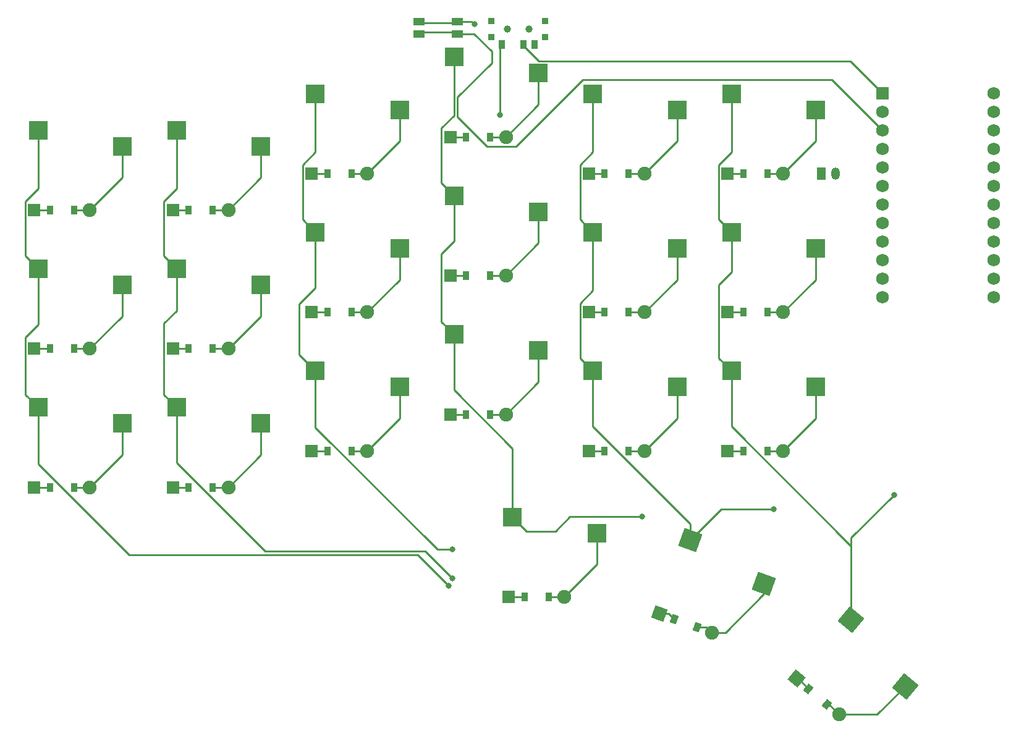
<source format=gbr>
%TF.GenerationSoftware,KiCad,Pcbnew,9.0.3*%
%TF.CreationDate,2025-09-27T17:43:50-06:00*%
%TF.ProjectId,left_connected,6c656674-5f63-46f6-9e6e-65637465642e,v1.0.0*%
%TF.SameCoordinates,Original*%
%TF.FileFunction,Copper,L2,Bot*%
%TF.FilePolarity,Positive*%
%FSLAX46Y46*%
G04 Gerber Fmt 4.6, Leading zero omitted, Abs format (unit mm)*
G04 Created by KiCad (PCBNEW 9.0.3) date 2025-09-27 17:43:50*
%MOMM*%
%LPD*%
G01*
G04 APERTURE LIST*
G04 Aperture macros list*
%AMRotRect*
0 Rectangle, with rotation*
0 The origin of the aperture is its center*
0 $1 length*
0 $2 width*
0 $3 Rotation angle, in degrees counterclockwise*
0 Add horizontal line*
21,1,$1,$2,0,0,$3*%
G04 Aperture macros list end*
%TA.AperFunction,SMDPad,CuDef*%
%ADD10R,0.900000X0.900000*%
%TD*%
%TA.AperFunction,WasherPad*%
%ADD11C,1.000000*%
%TD*%
%TA.AperFunction,SMDPad,CuDef*%
%ADD12R,0.900000X1.250000*%
%TD*%
%TA.AperFunction,SMDPad,CuDef*%
%ADD13R,2.600000X2.600000*%
%TD*%
%TA.AperFunction,ComponentPad*%
%ADD14R,1.778000X1.778000*%
%TD*%
%TA.AperFunction,SMDPad,CuDef*%
%ADD15R,0.900000X1.200000*%
%TD*%
%TA.AperFunction,ComponentPad*%
%ADD16C,1.905000*%
%TD*%
%TA.AperFunction,ComponentPad*%
%ADD17RotRect,1.778000X1.778000X340.000000*%
%TD*%
%TA.AperFunction,SMDPad,CuDef*%
%ADD18RotRect,0.900000X1.200000X340.000000*%
%TD*%
%TA.AperFunction,ComponentPad*%
%ADD19R,1.200000X1.700000*%
%TD*%
%TA.AperFunction,ComponentPad*%
%ADD20O,1.200000X1.700000*%
%TD*%
%TA.AperFunction,ComponentPad*%
%ADD21R,1.752600X1.752600*%
%TD*%
%TA.AperFunction,ComponentPad*%
%ADD22C,1.752600*%
%TD*%
%TA.AperFunction,SMDPad,CuDef*%
%ADD23RotRect,2.600000X2.600000X340.000000*%
%TD*%
%TA.AperFunction,SMDPad,CuDef*%
%ADD24R,1.550000X1.000000*%
%TD*%
%TA.AperFunction,ComponentPad*%
%ADD25RotRect,1.778000X1.778000X320.000000*%
%TD*%
%TA.AperFunction,SMDPad,CuDef*%
%ADD26RotRect,0.900000X1.200000X320.000000*%
%TD*%
%TA.AperFunction,SMDPad,CuDef*%
%ADD27RotRect,2.600000X2.600000X320.000000*%
%TD*%
%TA.AperFunction,ViaPad*%
%ADD28C,0.800000*%
%TD*%
%TA.AperFunction,Conductor*%
%ADD29C,0.250000*%
%TD*%
G04 APERTURE END LIST*
D10*
%TO.P,T1,*%
%TO.N,*%
X158800000Y-41100000D03*
X158800000Y-43300000D03*
D11*
X161000000Y-42200000D03*
X164000000Y-42200000D03*
D10*
X166200000Y-41100000D03*
X166200000Y-43300000D03*
D12*
%TO.P,T1,1*%
%TO.N,pos*%
X160250000Y-44275000D03*
%TO.P,T1,2*%
%TO.N,RAW*%
X163250000Y-44275000D03*
%TO.P,T1,3*%
%TO.N,N/C*%
X164750000Y-44275000D03*
%TD*%
D13*
%TO.P,S11,1*%
%TO.N,P7*%
X153725000Y-65050000D03*
%TO.P,S11,2*%
%TO.N,middle_home*%
X165275000Y-67250000D03*
%TD*%
%TO.P,S8,1*%
%TO.N,P6*%
X134725000Y-70050000D03*
%TO.P,S8,2*%
%TO.N,ring_home*%
X146275000Y-72250000D03*
%TD*%
D14*
%TO.P,D9,1*%
%TO.N,P2*%
X134190000Y-62000000D03*
D15*
X136350000Y-62000000D03*
%TO.P,D9,2*%
%TO.N,ring_top*%
X139650000Y-62000000D03*
D16*
X141810000Y-62000000D03*
%TD*%
D13*
%TO.P,S19,1*%
%TO.N,P7*%
X161725000Y-109050000D03*
%TO.P,S19,2*%
%TO.N,near_thumb*%
X173275000Y-111250000D03*
%TD*%
D14*
%TO.P,D6,1*%
%TO.N,P2*%
X115190000Y-67000000D03*
D15*
X117350000Y-67000000D03*
%TO.P,D6,2*%
%TO.N,pinky_top*%
X120650000Y-67000000D03*
D16*
X122810000Y-67000000D03*
%TD*%
D13*
%TO.P,S10,1*%
%TO.N,P7*%
X153725000Y-84050000D03*
%TO.P,S10,2*%
%TO.N,middle_bottom*%
X165275000Y-86250000D03*
%TD*%
%TO.P,S16,1*%
%TO.N,P9*%
X191725000Y-89050000D03*
%TO.P,S16,2*%
%TO.N,inner_bottom*%
X203275000Y-91250000D03*
%TD*%
D14*
%TO.P,D5,1*%
%TO.N,P10*%
X115190000Y-86000000D03*
D15*
X117350000Y-86000000D03*
%TO.P,D5,2*%
%TO.N,pinky_home*%
X120650000Y-86000000D03*
D16*
X122810000Y-86000000D03*
%TD*%
D13*
%TO.P,S2,1*%
%TO.N,P4*%
X96725000Y-75050000D03*
%TO.P,S2,2*%
%TO.N,outer_home*%
X108275000Y-77250000D03*
%TD*%
D14*
%TO.P,D12,1*%
%TO.N,P2*%
X153190000Y-57000000D03*
D15*
X155350000Y-57000000D03*
%TO.P,D12,2*%
%TO.N,middle_top*%
X158650000Y-57000000D03*
D16*
X160810000Y-57000000D03*
%TD*%
D14*
%TO.P,D1,1*%
%TO.N,P16*%
X96190000Y-105000000D03*
D15*
X98350000Y-105000000D03*
%TO.P,D1,2*%
%TO.N,outer_bottom*%
X101650000Y-105000000D03*
D16*
X103810000Y-105000000D03*
%TD*%
D17*
%TO.P,D20,1*%
%TO.N,P3*%
X181842758Y-122298027D03*
D18*
X183872494Y-123036791D03*
%TO.P,D20,2*%
%TO.N,home_thumb*%
X186973480Y-124165457D03*
D16*
X189003216Y-124904221D03*
%TD*%
D14*
%TO.P,D16,1*%
%TO.N,P16*%
X191190000Y-100000000D03*
D15*
X193350000Y-100000000D03*
%TO.P,D16,2*%
%TO.N,inner_bottom*%
X196650000Y-100000000D03*
D16*
X198810000Y-100000000D03*
%TD*%
D19*
%TO.P,JST1,1*%
%TO.N,pos*%
X204000000Y-62000000D03*
D20*
%TO.P,JST1,2*%
%TO.N,GND*%
X206000000Y-62000000D03*
%TD*%
D14*
%TO.P,D10,1*%
%TO.N,P16*%
X153190000Y-95000000D03*
D15*
X155350000Y-95000000D03*
%TO.P,D10,2*%
%TO.N,middle_bottom*%
X158650000Y-95000000D03*
D16*
X160810000Y-95000000D03*
%TD*%
D14*
%TO.P,D18,1*%
%TO.N,P2*%
X191190000Y-62000000D03*
D15*
X193350000Y-62000000D03*
%TO.P,D18,2*%
%TO.N,inner_top*%
X196650000Y-62000000D03*
D16*
X198810000Y-62000000D03*
%TD*%
D13*
%TO.P,S13,1*%
%TO.N,P8*%
X172725000Y-89050000D03*
%TO.P,S13,2*%
%TO.N,index_bottom*%
X184275000Y-91250000D03*
%TD*%
D14*
%TO.P,D7,1*%
%TO.N,P16*%
X134190000Y-100000000D03*
D15*
X136350000Y-100000000D03*
%TO.P,D7,2*%
%TO.N,ring_bottom*%
X139650000Y-100000000D03*
D16*
X141810000Y-100000000D03*
%TD*%
D13*
%TO.P,S15,1*%
%TO.N,P8*%
X172725000Y-51050000D03*
%TO.P,S15,2*%
%TO.N,index_top*%
X184275000Y-53250000D03*
%TD*%
%TO.P,S12,1*%
%TO.N,P7*%
X153725000Y-46050000D03*
%TO.P,S12,2*%
%TO.N,middle_top*%
X165275000Y-48250000D03*
%TD*%
D14*
%TO.P,D19,1*%
%TO.N,P3*%
X161190000Y-120000000D03*
D15*
X163350000Y-120000000D03*
%TO.P,D19,2*%
%TO.N,near_thumb*%
X166650000Y-120000000D03*
D16*
X168810000Y-120000000D03*
%TD*%
D21*
%TO.P,MCU1,1*%
%TO.N,RAW*%
X212380000Y-51030000D03*
D22*
%TO.P,MCU1,2*%
%TO.N,GND*%
X212380000Y-53570000D03*
%TO.P,MCU1,3*%
%TO.N,RST*%
X212380000Y-56110000D03*
%TO.P,MCU1,4*%
%TO.N,VCC*%
X212380000Y-58650000D03*
%TO.P,MCU1,5*%
%TO.N,P21*%
X212380000Y-61190000D03*
%TO.P,MCU1,6*%
%TO.N,P20*%
X212380000Y-63730000D03*
%TO.P,MCU1,7*%
%TO.N,P19*%
X212380000Y-66270000D03*
%TO.P,MCU1,8*%
%TO.N,P18*%
X212380000Y-68810000D03*
%TO.P,MCU1,9*%
%TO.N,P15*%
X212380000Y-71350000D03*
%TO.P,MCU1,10*%
%TO.N,P14*%
X212380000Y-73890000D03*
%TO.P,MCU1,11*%
%TO.N,P16*%
X212380000Y-76430000D03*
%TO.P,MCU1,12*%
%TO.N,P10*%
X212380000Y-78970000D03*
%TO.P,MCU1,13*%
%TO.N,P1*%
X227620000Y-51030000D03*
%TO.P,MCU1,14*%
%TO.N,P0*%
X227620000Y-53570000D03*
%TO.P,MCU1,15*%
%TO.N,GND*%
X227620000Y-56110000D03*
%TO.P,MCU1,16*%
X227620000Y-58650000D03*
%TO.P,MCU1,17*%
%TO.N,P2*%
X227620000Y-61190000D03*
%TO.P,MCU1,18*%
%TO.N,P3*%
X227620000Y-63730000D03*
%TO.P,MCU1,19*%
%TO.N,P4*%
X227620000Y-66270000D03*
%TO.P,MCU1,20*%
%TO.N,P5*%
X227620000Y-68810000D03*
%TO.P,MCU1,21*%
%TO.N,P6*%
X227620000Y-71350000D03*
%TO.P,MCU1,22*%
%TO.N,P7*%
X227620000Y-73890000D03*
%TO.P,MCU1,23*%
%TO.N,P8*%
X227620000Y-76430000D03*
%TO.P,MCU1,24*%
%TO.N,P9*%
X227620000Y-78970000D03*
%TD*%
D14*
%TO.P,D14,1*%
%TO.N,P10*%
X172190000Y-81000000D03*
D15*
X174350000Y-81000000D03*
%TO.P,D14,2*%
%TO.N,index_home*%
X177650000Y-81000000D03*
D16*
X179810000Y-81000000D03*
%TD*%
D14*
%TO.P,D3,1*%
%TO.N,P2*%
X96190000Y-67000000D03*
D15*
X98350000Y-67000000D03*
%TO.P,D3,2*%
%TO.N,outer_top*%
X101650000Y-67000000D03*
D16*
X103810000Y-67000000D03*
%TD*%
D23*
%TO.P,S20,1*%
%TO.N,P8*%
X186090614Y-112191374D03*
%TO.P,S20,2*%
%TO.N,home_thumb*%
X196191619Y-118209030D03*
%TD*%
D13*
%TO.P,S1,1*%
%TO.N,P4*%
X96725000Y-94050000D03*
%TO.P,S1,2*%
%TO.N,outer_bottom*%
X108275000Y-96250000D03*
%TD*%
D14*
%TO.P,D17,1*%
%TO.N,P10*%
X191190000Y-81000000D03*
D15*
X193350000Y-81000000D03*
%TO.P,D17,2*%
%TO.N,inner_home*%
X196650000Y-81000000D03*
D16*
X198810000Y-81000000D03*
%TD*%
D14*
%TO.P,D11,1*%
%TO.N,P10*%
X153190000Y-76000000D03*
D15*
X155350000Y-76000000D03*
%TO.P,D11,2*%
%TO.N,middle_home*%
X158650000Y-76000000D03*
D16*
X160810000Y-76000000D03*
%TD*%
D13*
%TO.P,S6,1*%
%TO.N,P5*%
X115725000Y-56050000D03*
%TO.P,S6,2*%
%TO.N,pinky_top*%
X127275000Y-58250000D03*
%TD*%
%TO.P,S18,1*%
%TO.N,P9*%
X191725000Y-51050000D03*
%TO.P,S18,2*%
%TO.N,inner_top*%
X203275000Y-53250000D03*
%TD*%
%TO.P,S4,1*%
%TO.N,P5*%
X115725000Y-94050000D03*
%TO.P,S4,2*%
%TO.N,pinky_bottom*%
X127275000Y-96250000D03*
%TD*%
%TO.P,S9,1*%
%TO.N,P6*%
X134725000Y-51050000D03*
%TO.P,S9,2*%
%TO.N,ring_top*%
X146275000Y-53250000D03*
%TD*%
D14*
%TO.P,D13,1*%
%TO.N,P16*%
X172190000Y-100000000D03*
D15*
X174350000Y-100000000D03*
%TO.P,D13,2*%
%TO.N,index_bottom*%
X177650000Y-100000000D03*
D16*
X179810000Y-100000000D03*
%TD*%
D13*
%TO.P,S3,1*%
%TO.N,P4*%
X96725000Y-56050000D03*
%TO.P,S3,2*%
%TO.N,outer_top*%
X108275000Y-58250000D03*
%TD*%
D14*
%TO.P,D2,1*%
%TO.N,P10*%
X96190000Y-86000000D03*
D15*
X98350000Y-86000000D03*
%TO.P,D2,2*%
%TO.N,outer_home*%
X101650000Y-86000000D03*
D16*
X103810000Y-86000000D03*
%TD*%
D13*
%TO.P,S5,1*%
%TO.N,P5*%
X115725000Y-75050000D03*
%TO.P,S5,2*%
%TO.N,pinky_home*%
X127275000Y-77250000D03*
%TD*%
%TO.P,S14,1*%
%TO.N,P8*%
X172725000Y-70050000D03*
%TO.P,S14,2*%
%TO.N,index_home*%
X184275000Y-72250000D03*
%TD*%
D14*
%TO.P,D15,1*%
%TO.N,P2*%
X172190000Y-62000000D03*
D15*
X174350000Y-62000000D03*
%TO.P,D15,2*%
%TO.N,index_top*%
X177650000Y-62000000D03*
D16*
X179810000Y-62000000D03*
%TD*%
D24*
%TO.P,B1,1*%
%TO.N,GND*%
X148875000Y-41150000D03*
X154125000Y-41150000D03*
%TO.P,B1,2*%
%TO.N,RST*%
X148875000Y-42850000D03*
X154125000Y-42850000D03*
%TD*%
D25*
%TO.P,D21,1*%
%TO.N,P3*%
X200637679Y-131220357D03*
D26*
X202292335Y-132608778D03*
%TO.P,D21,2*%
%TO.N,far_thumb*%
X204820281Y-134729978D03*
D16*
X206474937Y-136118399D03*
%TD*%
D14*
%TO.P,D8,1*%
%TO.N,P10*%
X134190000Y-81000000D03*
D15*
X136350000Y-81000000D03*
%TO.P,D8,2*%
%TO.N,ring_home*%
X139650000Y-81000000D03*
D16*
X141810000Y-81000000D03*
%TD*%
D14*
%TO.P,D4,1*%
%TO.N,P16*%
X115190000Y-105000000D03*
D15*
X117350000Y-105000000D03*
%TO.P,D4,2*%
%TO.N,pinky_bottom*%
X120650000Y-105000000D03*
D16*
X122810000Y-105000000D03*
%TD*%
D13*
%TO.P,S7,1*%
%TO.N,P6*%
X134725000Y-89050000D03*
%TO.P,S7,2*%
%TO.N,ring_bottom*%
X146275000Y-91250000D03*
%TD*%
D27*
%TO.P,S21,1*%
%TO.N,P9*%
X208086037Y-123176062D03*
%TO.P,S21,2*%
%TO.N,far_thumb*%
X215519717Y-132285557D03*
%TD*%
D13*
%TO.P,S17,1*%
%TO.N,P9*%
X191725000Y-70050000D03*
%TO.P,S17,2*%
%TO.N,inner_home*%
X203275000Y-72250000D03*
%TD*%
D28*
%TO.N,P4*%
X153000000Y-118500000D03*
%TO.N,P5*%
X153500000Y-117500000D03*
%TO.N,P6*%
X153500000Y-113500000D03*
%TO.N,P7*%
X179500000Y-109000000D03*
%TO.N,P8*%
X197500000Y-108000000D03*
%TO.N,P9*%
X214000000Y-106000000D03*
%TO.N,GND*%
X156500000Y-41500000D03*
%TO.N,pos*%
X160000000Y-54000000D03*
%TD*%
D29*
%TO.N,P4*%
X94975000Y-65785000D02*
X94975000Y-73300000D01*
X96725000Y-64035000D02*
X94975000Y-65785000D01*
X96725000Y-75050000D02*
X96725000Y-82673000D01*
X96725000Y-82673000D02*
X94975000Y-84423000D01*
X94975000Y-84423000D02*
X94975000Y-92300000D01*
X148732049Y-114232049D02*
X153000000Y-118500000D01*
X96725000Y-101777000D02*
X109180049Y-114232049D01*
X94975000Y-92300000D02*
X96725000Y-94050000D01*
X96725000Y-94050000D02*
X96725000Y-101777000D01*
X109180049Y-114232049D02*
X148732049Y-114232049D01*
X96725000Y-56050000D02*
X96725000Y-64035000D01*
X94975000Y-73300000D02*
X96725000Y-75050000D01*
%TO.N,outer_bottom*%
X108275000Y-96250000D02*
X108275000Y-100535000D01*
X108275000Y-100535000D02*
X103810000Y-105000000D01*
X101650000Y-105000000D02*
X103810000Y-105000000D01*
%TO.N,outer_home*%
X108275000Y-81535000D02*
X103810000Y-86000000D01*
X103810000Y-86000000D02*
X101650000Y-86000000D01*
X108275000Y-77250000D02*
X108275000Y-81535000D01*
%TO.N,outer_top*%
X101650000Y-67000000D02*
X103810000Y-67000000D01*
X108275000Y-62535000D02*
X103810000Y-67000000D01*
X108275000Y-58250000D02*
X108275000Y-62535000D01*
%TO.N,P5*%
X115725000Y-56050000D02*
X115725000Y-64035000D01*
X115725000Y-94050000D02*
X115725000Y-101673000D01*
X113975000Y-65785000D02*
X113975000Y-73300000D01*
X115725000Y-80775000D02*
X113975000Y-82525000D01*
X149781049Y-113781049D02*
X153500000Y-117500000D01*
X115725000Y-75050000D02*
X115725000Y-80775000D01*
X127833049Y-113781049D02*
X149781049Y-113781049D01*
X113975000Y-92300000D02*
X115725000Y-94050000D01*
X115725000Y-64035000D02*
X113975000Y-65785000D01*
X113975000Y-73300000D02*
X115725000Y-75050000D01*
X115725000Y-101673000D02*
X127833049Y-113781049D01*
X113975000Y-82525000D02*
X113975000Y-92300000D01*
%TO.N,pinky_bottom*%
X127275000Y-100535000D02*
X122810000Y-105000000D01*
X120650000Y-105000000D02*
X122810000Y-105000000D01*
X127275000Y-96250000D02*
X127275000Y-100535000D01*
%TO.N,pinky_home*%
X127275000Y-77250000D02*
X127275000Y-81535000D01*
X127275000Y-81535000D02*
X122810000Y-86000000D01*
X122810000Y-86000000D02*
X120650000Y-86000000D01*
%TO.N,pinky_top*%
X122810000Y-67000000D02*
X120650000Y-67000000D01*
X127275000Y-62535000D02*
X122810000Y-67000000D01*
X127275000Y-58250000D02*
X127275000Y-62535000D01*
%TO.N,P6*%
X132500000Y-79898000D02*
X132500000Y-86825000D01*
X151448000Y-113500000D02*
X153500000Y-113500000D01*
X132975000Y-60785000D02*
X132975000Y-68300000D01*
X134725000Y-77673000D02*
X132500000Y-79898000D01*
X132500000Y-86825000D02*
X134725000Y-89050000D01*
X134725000Y-59035000D02*
X132975000Y-60785000D01*
X134725000Y-51050000D02*
X134725000Y-59035000D01*
X134725000Y-70050000D02*
X134725000Y-77673000D01*
X134725000Y-96777000D02*
X151448000Y-113500000D01*
X134725000Y-89050000D02*
X134725000Y-96777000D01*
X132975000Y-68300000D02*
X134725000Y-70050000D01*
%TO.N,ring_bottom*%
X146275000Y-91250000D02*
X146275000Y-95535000D01*
X139650000Y-100000000D02*
X141810000Y-100000000D01*
X146275000Y-95535000D02*
X141810000Y-100000000D01*
%TO.N,ring_home*%
X141810000Y-81000000D02*
X139650000Y-81000000D01*
X146275000Y-72250000D02*
X146275000Y-76535000D01*
X146275000Y-76535000D02*
X141810000Y-81000000D01*
%TO.N,ring_top*%
X146275000Y-57535000D02*
X146275000Y-53250000D01*
X139650000Y-62000000D02*
X141810000Y-62000000D01*
X141810000Y-62000000D02*
X146275000Y-57535000D01*
%TO.N,P7*%
X167596935Y-111000000D02*
X169596935Y-109000000D01*
X153725000Y-84050000D02*
X153725000Y-91673000D01*
X163675000Y-111000000D02*
X167596935Y-111000000D01*
X151975000Y-73025000D02*
X151975000Y-82300000D01*
X151975000Y-55785000D02*
X151975000Y-63300000D01*
X153725000Y-54035000D02*
X151975000Y-55785000D01*
X153725000Y-65050000D02*
X153725000Y-71275000D01*
X153725000Y-71275000D02*
X151975000Y-73025000D01*
X151975000Y-63300000D02*
X153725000Y-65050000D01*
X153725000Y-91673000D02*
X161725000Y-99673000D01*
X153725000Y-46050000D02*
X153725000Y-54035000D01*
X151975000Y-82300000D02*
X153725000Y-84050000D01*
X161725000Y-109050000D02*
X163675000Y-111000000D01*
X169596935Y-109000000D02*
X179500000Y-109000000D01*
X161725000Y-99673000D02*
X161725000Y-109050000D01*
%TO.N,middle_bottom*%
X165275000Y-86250000D02*
X165275000Y-90535000D01*
X165275000Y-90535000D02*
X160810000Y-95000000D01*
X160810000Y-95000000D02*
X158650000Y-95000000D01*
%TO.N,middle_home*%
X165275000Y-71535000D02*
X160810000Y-76000000D01*
X158650000Y-76000000D02*
X160810000Y-76000000D01*
X165275000Y-67250000D02*
X165275000Y-71535000D01*
%TO.N,middle_top*%
X165275000Y-52535000D02*
X160810000Y-57000000D01*
X160810000Y-57000000D02*
X158650000Y-57000000D01*
X165275000Y-48250000D02*
X165275000Y-52535000D01*
%TO.N,P8*%
X172725000Y-59035000D02*
X170975000Y-60785000D01*
X186090614Y-112191374D02*
X190281988Y-108000000D01*
X170975000Y-68300000D02*
X172725000Y-70050000D01*
X170975000Y-87300000D02*
X172725000Y-89050000D01*
X172725000Y-78035000D02*
X170975000Y-79785000D01*
X190281988Y-108000000D02*
X197500000Y-108000000D01*
X186090614Y-110016614D02*
X186090614Y-112191374D01*
X172725000Y-51050000D02*
X172725000Y-59035000D01*
X172725000Y-70050000D02*
X172725000Y-78035000D01*
X172725000Y-89050000D02*
X172725000Y-96651000D01*
X172725000Y-96651000D02*
X186090614Y-110016614D01*
X170975000Y-79785000D02*
X170975000Y-87300000D01*
X170975000Y-60785000D02*
X170975000Y-68300000D01*
%TO.N,index_bottom*%
X184275000Y-95535000D02*
X179810000Y-100000000D01*
X177650000Y-100000000D02*
X179810000Y-100000000D01*
X184275000Y-91250000D02*
X184275000Y-95535000D01*
%TO.N,index_home*%
X184275000Y-76535000D02*
X179810000Y-81000000D01*
X177650000Y-81000000D02*
X179810000Y-81000000D01*
X184275000Y-72250000D02*
X184275000Y-76535000D01*
%TO.N,index_top*%
X184275000Y-57535000D02*
X179810000Y-62000000D01*
X177650000Y-62000000D02*
X179810000Y-62000000D01*
X184275000Y-53250000D02*
X184275000Y-57535000D01*
%TO.N,P9*%
X191725000Y-89050000D02*
X191725000Y-96673000D01*
X191725000Y-51050000D02*
X191725000Y-59035000D01*
X208086037Y-123176062D02*
X208086037Y-111913963D01*
X191725000Y-59035000D02*
X189975000Y-60785000D01*
X191725000Y-96673000D02*
X208086037Y-113034037D01*
X208086037Y-111913963D02*
X214000000Y-106000000D01*
X189975000Y-77260099D02*
X189975000Y-87300000D01*
X208086037Y-113034037D02*
X208086037Y-123176062D01*
X191725000Y-75510099D02*
X189975000Y-77260099D01*
X189975000Y-60785000D02*
X189975000Y-68300000D01*
X189975000Y-87300000D02*
X191725000Y-89050000D01*
X189975000Y-68300000D02*
X191725000Y-70050000D01*
X191725000Y-70050000D02*
X191725000Y-75510099D01*
%TO.N,inner_bottom*%
X203275000Y-91250000D02*
X203275000Y-95535000D01*
X203275000Y-95535000D02*
X198810000Y-100000000D01*
X196650000Y-100000000D02*
X198810000Y-100000000D01*
%TO.N,inner_home*%
X203275000Y-76535000D02*
X198810000Y-81000000D01*
X203275000Y-72250000D02*
X203275000Y-76535000D01*
X198810000Y-81000000D02*
X196650000Y-81000000D01*
%TO.N,inner_top*%
X203275000Y-53250000D02*
X203275000Y-57535000D01*
X203275000Y-57535000D02*
X198810000Y-62000000D01*
X196650000Y-62000000D02*
X198810000Y-62000000D01*
%TO.N,near_thumb*%
X173275000Y-115535000D02*
X168810000Y-120000000D01*
X173275000Y-111250000D02*
X173275000Y-115535000D01*
X168810000Y-120000000D02*
X166650000Y-120000000D01*
%TO.N,home_thumb*%
X196191619Y-119592461D02*
X190879859Y-124904221D01*
X190879859Y-124904221D02*
X189003216Y-124904221D01*
X188264452Y-124165457D02*
X189003216Y-124904221D01*
X196191619Y-118209030D02*
X196191619Y-119592461D01*
X186973480Y-124165457D02*
X188264452Y-124165457D01*
%TO.N,far_thumb*%
X211686875Y-136118399D02*
X206474937Y-136118399D01*
X215519717Y-132285557D02*
X211686875Y-136118399D01*
X205086516Y-134729978D02*
X206474937Y-136118399D01*
X204820281Y-134729978D02*
X205086516Y-134729978D01*
%TO.N,P16*%
X115190000Y-105000000D02*
X117350000Y-105000000D01*
X96190000Y-105000000D02*
X98350000Y-105000000D01*
X172190000Y-100000000D02*
X174350000Y-100000000D01*
X191190000Y-100000000D02*
X193350000Y-100000000D01*
X155350000Y-95000000D02*
X153190000Y-95000000D01*
X134190000Y-100000000D02*
X136350000Y-100000000D01*
%TO.N,P10*%
X136350000Y-81000000D02*
X134190000Y-81000000D01*
X153190000Y-76000000D02*
X155350000Y-76000000D01*
X193350000Y-81000000D02*
X191190000Y-81000000D01*
X98350000Y-86000000D02*
X96190000Y-86000000D01*
X117350000Y-86000000D02*
X115190000Y-86000000D01*
X172190000Y-81000000D02*
X174350000Y-81000000D01*
%TO.N,P2*%
X172190000Y-62000000D02*
X174350000Y-62000000D01*
X191190000Y-62000000D02*
X193350000Y-62000000D01*
X134190000Y-62000000D02*
X136350000Y-62000000D01*
X96190000Y-67000000D02*
X98350000Y-67000000D01*
X117350000Y-67000000D02*
X115190000Y-67000000D01*
X155350000Y-57000000D02*
X153190000Y-57000000D01*
%TO.N,P3*%
X183133730Y-122298027D02*
X183872494Y-123036791D01*
X181842758Y-122298027D02*
X183133730Y-122298027D01*
X200903914Y-131220357D02*
X202292335Y-132608778D01*
X200637679Y-131220357D02*
X200903914Y-131220357D01*
X163350000Y-120000000D02*
X161190000Y-120000000D01*
%TO.N,RAW*%
X163250000Y-44275000D02*
X163250000Y-44502000D01*
X163250000Y-44502000D02*
X165372000Y-46624000D01*
X165372000Y-46624000D02*
X207974000Y-46624000D01*
X207974000Y-46624000D02*
X212380000Y-51030000D01*
%TO.N,GND*%
X154125000Y-41150000D02*
X156150000Y-41150000D01*
X153899000Y-41376000D02*
X154125000Y-41150000D01*
X149101000Y-41376000D02*
X153899000Y-41376000D01*
X156150000Y-41150000D02*
X156500000Y-41500000D01*
X148875000Y-41150000D02*
X149101000Y-41376000D01*
%TO.N,RST*%
X171349000Y-49174000D02*
X162244500Y-58278500D01*
X153899000Y-42624000D02*
X154125000Y-42850000D01*
X205444000Y-49174000D02*
X171349000Y-49174000D01*
X154176000Y-54221810D02*
X154176000Y-51527065D01*
X162244500Y-58278500D02*
X158232690Y-58278500D01*
X156453065Y-42850000D02*
X154125000Y-42850000D01*
X149101000Y-42624000D02*
X153899000Y-42624000D01*
X158232690Y-58278500D02*
X154176000Y-54221810D01*
X158876000Y-46827065D02*
X158876000Y-45272935D01*
X154176000Y-51527065D02*
X158876000Y-46827065D01*
X212380000Y-56110000D02*
X205444000Y-49174000D01*
X148875000Y-42850000D02*
X149101000Y-42624000D01*
X158876000Y-45272935D02*
X156453065Y-42850000D01*
%TO.N,pos*%
X160000000Y-44525000D02*
X160000000Y-54000000D01*
X160250000Y-44275000D02*
X160000000Y-44525000D01*
%TD*%
M02*

</source>
